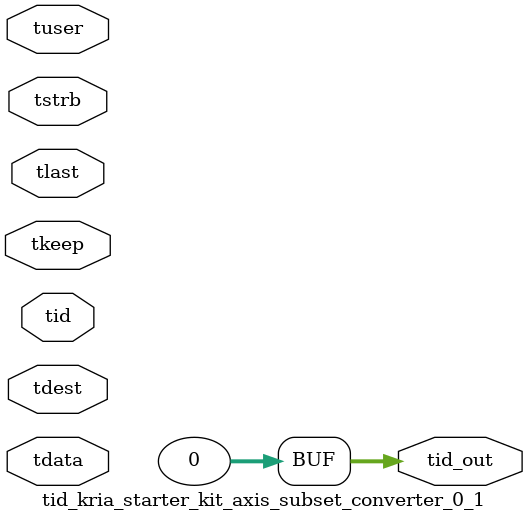
<source format=v>


`timescale 1ps/1ps

module tid_kria_starter_kit_axis_subset_converter_0_1 #
(
parameter C_S_AXIS_TID_WIDTH   = 1,
parameter C_S_AXIS_TUSER_WIDTH = 0,
parameter C_S_AXIS_TDATA_WIDTH = 0,
parameter C_S_AXIS_TDEST_WIDTH = 0,
parameter C_M_AXIS_TID_WIDTH   = 32
)
(
input  [(C_S_AXIS_TID_WIDTH   == 0 ? 1 : C_S_AXIS_TID_WIDTH)-1:0       ] tid,
input  [(C_S_AXIS_TDATA_WIDTH == 0 ? 1 : C_S_AXIS_TDATA_WIDTH)-1:0     ] tdata,
input  [(C_S_AXIS_TUSER_WIDTH == 0 ? 1 : C_S_AXIS_TUSER_WIDTH)-1:0     ] tuser,
input  [(C_S_AXIS_TDEST_WIDTH == 0 ? 1 : C_S_AXIS_TDEST_WIDTH)-1:0     ] tdest,
input  [(C_S_AXIS_TDATA_WIDTH/8)-1:0 ] tkeep,
input  [(C_S_AXIS_TDATA_WIDTH/8)-1:0 ] tstrb,
input                                                                    tlast,
output [(C_M_AXIS_TID_WIDTH   == 0 ? 1 : C_M_AXIS_TID_WIDTH)-1:0       ] tid_out
);

assign tid_out = {1'b0};

endmodule


</source>
